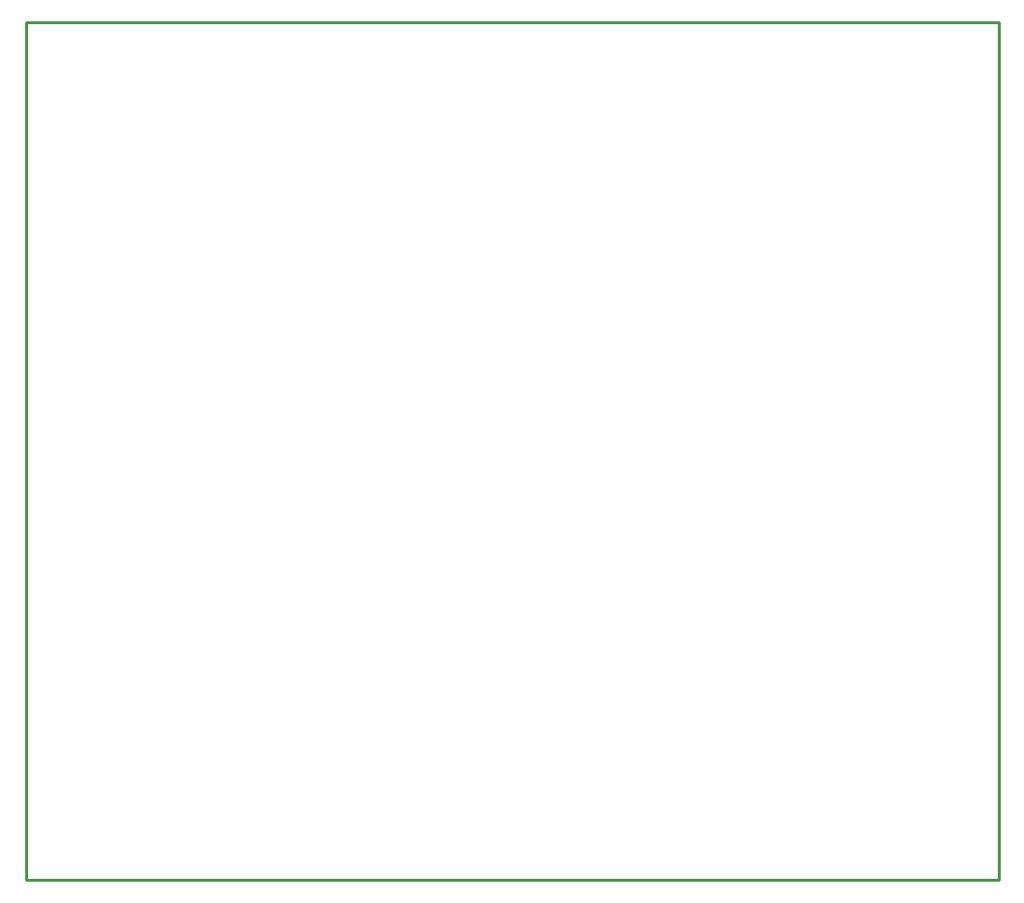
<source format=gko>
%FSDAX24Y24*%
%MOIN*%
%SFA1B1*%

%IPPOS*%
%ADD30C,0.010000*%
%LNde-160724-1*%
%LPD*%
G54D30*
X043696Y016400D02*
Y045928D01*
X010231Y016400D02*
Y045928D01*
X043696*
X010231Y016400D02*
X043696D01*
M02*
</source>
